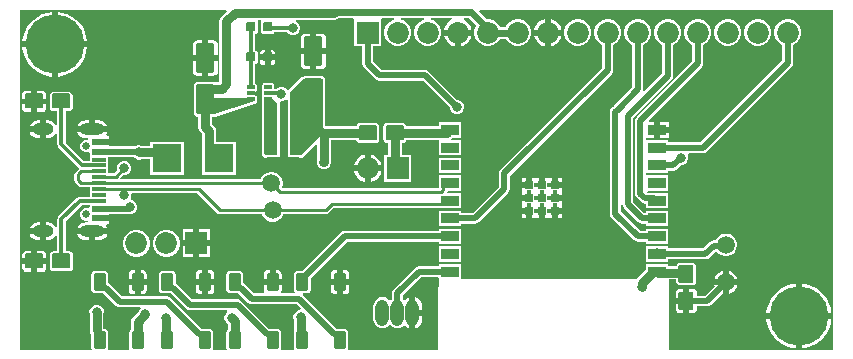
<source format=gbr>
%TF.GenerationSoftware,Altium Limited,Altium Designer,24.0.1 (36)*%
G04 Layer_Physical_Order=1*
G04 Layer_Color=255*
%FSLAX45Y45*%
%MOMM*%
%TF.SameCoordinates,DDEBADB9-0EAF-4DA9-B7D3-1C4C0305AAAB*%
%TF.FilePolarity,Positive*%
%TF.FileFunction,Copper,L1,Top,Signal*%
%TF.Part,Single*%
G01*
G75*
%TA.AperFunction,SMDPad,CuDef*%
G04:AMPARAMS|DCode=10|XSize=1.524mm|YSize=1.27mm|CornerRadius=0.09525mm|HoleSize=0mm|Usage=FLASHONLY|Rotation=180.000|XOffset=0mm|YOffset=0mm|HoleType=Round|Shape=RoundedRectangle|*
%AMROUNDEDRECTD10*
21,1,1.52400,1.07950,0,0,180.0*
21,1,1.33350,1.27000,0,0,180.0*
1,1,0.19050,-0.66675,0.53975*
1,1,0.19050,0.66675,0.53975*
1,1,0.19050,0.66675,-0.53975*
1,1,0.19050,-0.66675,-0.53975*
%
%ADD10ROUNDEDRECTD10*%
%TA.AperFunction,BGAPad,CuDef*%
%ADD11R,0.70000X0.70000*%
%TA.AperFunction,SMDPad,CuDef*%
%ADD12R,1.50000X0.90000*%
G04:AMPARAMS|DCode=13|XSize=1.524mm|YSize=1.27mm|CornerRadius=0.09525mm|HoleSize=0mm|Usage=FLASHONLY|Rotation=270.000|XOffset=0mm|YOffset=0mm|HoleType=Round|Shape=RoundedRectangle|*
%AMROUNDEDRECTD13*
21,1,1.52400,1.07950,0,0,270.0*
21,1,1.33350,1.27000,0,0,270.0*
1,1,0.19050,-0.53975,-0.66675*
1,1,0.19050,-0.53975,0.66675*
1,1,0.19050,0.53975,0.66675*
1,1,0.19050,0.53975,-0.66675*
%
%ADD13ROUNDEDRECTD13*%
G04:AMPARAMS|DCode=14|XSize=1mm|YSize=1.5mm|CornerRadius=0.075mm|HoleSize=0mm|Usage=FLASHONLY|Rotation=0.000|XOffset=0mm|YOffset=0mm|HoleType=Round|Shape=RoundedRectangle|*
%AMROUNDEDRECTD14*
21,1,1.00000,1.35000,0,0,0.0*
21,1,0.85000,1.50000,0,0,0.0*
1,1,0.15000,0.42500,-0.67500*
1,1,0.15000,-0.42500,-0.67500*
1,1,0.15000,-0.42500,0.67500*
1,1,0.15000,0.42500,0.67500*
%
%ADD14ROUNDEDRECTD14*%
%ADD15R,0.80000X2.70000*%
G04:AMPARAMS|DCode=16|XSize=0.66mm|YSize=0.31mm|CornerRadius=0.02325mm|HoleSize=0mm|Usage=FLASHONLY|Rotation=0.000|XOffset=0mm|YOffset=0mm|HoleType=Round|Shape=RoundedRectangle|*
%AMROUNDEDRECTD16*
21,1,0.66000,0.26350,0,0,0.0*
21,1,0.61350,0.31000,0,0,0.0*
1,1,0.04650,0.30675,-0.13175*
1,1,0.04650,-0.30675,-0.13175*
1,1,0.04650,-0.30675,0.13175*
1,1,0.04650,0.30675,0.13175*
%
%ADD16ROUNDEDRECTD16*%
G04:AMPARAMS|DCode=17|XSize=0.762mm|YSize=0.762mm|CornerRadius=0.0381mm|HoleSize=0mm|Usage=FLASHONLY|Rotation=0.000|XOffset=0mm|YOffset=0mm|HoleType=Round|Shape=RoundedRectangle|*
%AMROUNDEDRECTD17*
21,1,0.76200,0.68580,0,0,0.0*
21,1,0.68580,0.76200,0,0,0.0*
1,1,0.07620,0.34290,-0.34290*
1,1,0.07620,-0.34290,-0.34290*
1,1,0.07620,-0.34290,0.34290*
1,1,0.07620,0.34290,0.34290*
%
%ADD17ROUNDEDRECTD17*%
%ADD18R,2.40000X2.40000*%
G04:AMPARAMS|DCode=19|XSize=2.5mm|YSize=1.6mm|CornerRadius=0.12mm|HoleSize=0mm|Usage=FLASHONLY|Rotation=90.000|XOffset=0mm|YOffset=0mm|HoleType=Round|Shape=RoundedRectangle|*
%AMROUNDEDRECTD19*
21,1,2.50000,1.36000,0,0,90.0*
21,1,2.26000,1.60000,0,0,90.0*
1,1,0.24000,0.68000,1.13000*
1,1,0.24000,0.68000,-1.13000*
1,1,0.24000,-0.68000,-1.13000*
1,1,0.24000,-0.68000,1.13000*
%
%ADD19ROUNDEDRECTD19*%
%TA.AperFunction,ConnectorPad*%
%ADD20R,1.15000X0.30000*%
%ADD21R,1.15000X0.60000*%
%TA.AperFunction,Conductor*%
%ADD22C,0.75000*%
%ADD23C,0.25000*%
%ADD24C,0.50000*%
%ADD25C,0.60000*%
%ADD26C,0.30000*%
%TA.AperFunction,ComponentPad*%
%ADD27C,1.85000*%
%ADD28R,1.85000X1.85000*%
%ADD29C,0.40000*%
%ADD30O,1.11000X2.22000*%
%ADD31C,0.65000*%
%ADD32O,2.10000X1.00000*%
%ADD33O,1.80000X1.00000*%
%ADD34C,5.00000*%
%TA.AperFunction,ViaPad*%
%ADD35C,1.50000*%
%ADD36C,0.80000*%
G36*
X6941373Y2250000D02*
X6941373Y2249999D01*
Y750000D01*
Y58627D01*
X5550000D01*
Y659873D01*
X5613142D01*
Y639445D01*
X5615433Y627925D01*
X5621959Y618159D01*
X5631725Y611633D01*
X5643245Y609342D01*
X5751195D01*
X5762715Y611633D01*
X5772481Y618159D01*
X5779007Y627925D01*
X5781298Y639445D01*
Y772795D01*
X5779007Y784315D01*
X5772481Y794081D01*
X5762715Y800607D01*
X5751195Y802898D01*
X5643245D01*
X5631725Y800607D01*
X5621959Y794081D01*
X5615433Y784315D01*
X5614003Y777126D01*
X5542000D01*
Y791000D01*
X5352000D01*
Y743911D01*
X5278261Y670172D01*
X5271465Y660000D01*
X3804286D01*
X3792000Y661000D01*
X3792000Y672700D01*
Y791000D01*
X3602000D01*
Y771882D01*
X3431100D01*
X3413542Y768389D01*
X3398657Y758443D01*
X3218757Y578543D01*
X3208811Y563658D01*
X3205318Y546100D01*
Y493745D01*
X3197353Y487632D01*
X3194050Y483328D01*
X3181350D01*
X3178047Y487632D01*
X3162276Y499734D01*
X3143909Y507342D01*
X3124200Y509936D01*
X3104491Y507342D01*
X3086124Y499734D01*
X3070353Y487632D01*
X3058251Y471861D01*
X3050643Y453494D01*
X3048049Y433785D01*
Y322785D01*
X3050643Y303076D01*
X3058251Y284709D01*
X3070353Y268938D01*
X3086124Y256836D01*
X3104491Y249228D01*
X3124200Y246633D01*
X3143909Y249228D01*
X3162276Y256836D01*
X3178047Y268938D01*
X3181350Y273242D01*
X3194050D01*
X3197353Y268938D01*
X3213124Y256836D01*
X3231491Y249228D01*
X3251200Y246633D01*
X3270909Y249228D01*
X3289276Y256836D01*
X3303156Y267486D01*
X3310229Y269135D01*
X3317899D01*
X3320787Y265372D01*
X3337603Y252468D01*
X3353200Y246008D01*
Y378285D01*
Y510562D01*
X3337603Y504102D01*
X3320787Y491198D01*
X3317899Y487435D01*
X3310229D01*
X3303156Y489084D01*
X3297082Y493745D01*
Y527095D01*
X3450105Y680119D01*
X3593321D01*
X3601250Y667418D01*
X3600000Y660000D01*
X3600000Y649128D01*
Y600000D01*
X3597000Y597000D01*
Y58627D01*
X2842313D01*
X2836166Y67194D01*
X2834738Y71327D01*
X2836538Y80380D01*
Y215380D01*
X2834404Y226110D01*
X2828326Y235206D01*
X2819230Y241284D01*
X2808500Y243418D01*
X2742725D01*
X2741000Y243762D01*
X2735004D01*
X2451043Y527723D01*
X2448172Y529641D01*
X2452025Y542341D01*
X2488500D01*
X2499230Y544476D01*
X2508326Y550554D01*
X2514404Y559650D01*
X2516539Y570380D01*
Y668532D01*
X2828125Y980118D01*
X3602000D01*
Y961000D01*
X3792000D01*
Y1091000D01*
X3602000D01*
Y1071882D01*
X2809120D01*
X2791562Y1068389D01*
X2776677Y1058443D01*
X2451652Y733418D01*
X2403500D01*
X2392770Y731284D01*
X2383674Y725206D01*
X2377596Y716110D01*
X2375461Y705380D01*
Y570380D01*
X2377596Y559650D01*
X2381463Y553861D01*
X2377264Y542871D01*
X2375838Y541161D01*
X2271838D01*
X2265050Y553861D01*
X2267614Y557699D01*
X2270136Y570380D01*
Y612880D01*
X2118863D01*
Y570380D01*
X2121386Y557699D01*
X2123950Y553861D01*
X2117161Y541161D01*
X2036105D01*
X1956943Y620323D01*
X1945039Y628277D01*
Y705380D01*
X1942904Y716110D01*
X1936826Y725206D01*
X1927730Y731284D01*
X1917000Y733418D01*
X1832000D01*
X1821270Y731284D01*
X1812174Y725206D01*
X1806096Y716110D01*
X1803961Y705380D01*
Y570380D01*
X1806096Y559650D01*
X1812174Y550554D01*
X1821270Y544476D01*
X1832000Y542341D01*
X1897775D01*
X1899500Y541998D01*
X1905495D01*
X1984657Y462837D01*
X1999542Y452891D01*
X2017100Y449398D01*
X2399595D01*
X2433413Y415580D01*
X2428153Y402880D01*
X2418965D01*
X2396913Y393745D01*
X2380034Y376867D01*
X2370900Y354815D01*
Y330945D01*
X2374873Y321353D01*
Y160380D01*
X2375461Y157424D01*
Y80380D01*
X2377262Y71327D01*
X2375834Y67194D01*
X2369687Y58627D01*
X2270813D01*
X2264666Y67194D01*
X2263238Y71327D01*
X2265038Y80380D01*
Y215380D01*
X2262904Y226110D01*
X2256826Y235206D01*
X2247730Y241284D01*
X2237000Y243418D01*
X2171225D01*
X2169500Y243762D01*
X2163504D01*
X1930343Y476923D01*
X1915458Y486869D01*
X1897900Y490361D01*
X1515405D01*
X1385443Y620323D01*
X1373539Y628277D01*
Y705380D01*
X1371404Y716110D01*
X1365326Y725206D01*
X1356230Y731284D01*
X1345500Y733418D01*
X1260500D01*
X1249770Y731284D01*
X1240674Y725206D01*
X1234596Y716110D01*
X1232461Y705380D01*
Y570380D01*
X1234596Y559650D01*
X1240674Y550554D01*
X1249770Y544476D01*
X1260500Y542341D01*
X1326275D01*
X1328000Y541998D01*
X1333995D01*
X1463957Y412037D01*
X1478842Y402091D01*
X1496400Y398598D01*
X1806972D01*
X1809069Y394635D01*
X1810866Y385898D01*
X1795834Y370867D01*
X1786700Y348815D01*
Y324945D01*
X1795834Y302893D01*
X1812713Y286014D01*
X1813719Y285598D01*
X1815873Y283443D01*
Y237678D01*
X1812174Y235206D01*
X1806096Y226110D01*
X1803961Y215380D01*
Y80380D01*
X1805762Y71327D01*
X1804334Y67194D01*
X1798187Y58627D01*
X1699313D01*
X1693166Y67194D01*
X1691738Y71327D01*
X1693538Y80380D01*
Y215380D01*
X1691404Y226110D01*
X1685326Y235206D01*
X1676230Y241284D01*
X1665500Y243418D01*
X1599725D01*
X1598000Y243762D01*
X1592004D01*
X1333443Y502323D01*
X1318558Y512269D01*
X1301000Y515761D01*
X918505D01*
X813943Y620323D01*
X802039Y628277D01*
Y705380D01*
X799904Y716110D01*
X793826Y725206D01*
X784730Y731284D01*
X774000Y733418D01*
X689000D01*
X678270Y731284D01*
X669174Y725206D01*
X663096Y716110D01*
X660961Y705380D01*
Y570380D01*
X663096Y559650D01*
X669174Y550554D01*
X678270Y544476D01*
X689000Y542341D01*
X754775D01*
X756500Y541998D01*
X762495D01*
X867057Y437437D01*
X881942Y427491D01*
X899500Y423998D01*
X1073025D01*
X1078286Y411298D01*
X1066734Y399747D01*
X1065361Y396432D01*
X1010045Y341115D01*
X997336Y322095D01*
X992873Y299660D01*
Y237678D01*
X989174Y235206D01*
X983096Y226110D01*
X980961Y215380D01*
Y80380D01*
X982762Y71327D01*
X981334Y67194D01*
X975187Y58627D01*
X807813D01*
X801666Y67194D01*
X800238Y71327D01*
X802039Y80380D01*
Y215380D01*
X799904Y226110D01*
X793826Y235206D01*
X784730Y241284D01*
X774000Y243418D01*
X768507D01*
X762326Y252669D01*
Y371564D01*
X763700Y374879D01*
Y398749D01*
X754565Y420801D01*
X737687Y437680D01*
X715635Y446814D01*
X691765D01*
X669713Y437680D01*
X652834Y420801D01*
X643700Y398749D01*
Y374879D01*
X645073Y371564D01*
Y229314D01*
X649536Y206879D01*
X660373Y190660D01*
Y160380D01*
X660961Y157424D01*
Y80380D01*
X662762Y71327D01*
X661334Y67194D01*
X655187Y58627D01*
X58626D01*
X58627Y2941373D01*
X1800470Y2941373D01*
X1805330Y2929640D01*
X1761945Y2886255D01*
X1749236Y2867235D01*
X1744773Y2844800D01*
Y2335684D01*
X1739616Y2330526D01*
X1662300D01*
X1659788Y2330027D01*
X1557600D01*
X1545115Y2327543D01*
X1534530Y2320471D01*
X1527457Y2309886D01*
X1524973Y2297400D01*
Y2071400D01*
X1527457Y2058914D01*
X1534530Y2048329D01*
X1537304Y2046476D01*
X1538790Y2044251D01*
X1545406Y2039830D01*
X1553210Y2038278D01*
X1566973D01*
Y1946900D01*
X1571436Y1924465D01*
X1584145Y1905445D01*
X1599354Y1890236D01*
Y1766520D01*
X1600480Y1760857D01*
Y1544020D01*
X1880480D01*
Y1824020D01*
X1716607D01*
Y1914520D01*
X1712144Y1936955D01*
X1699435Y1955975D01*
X1684227Y1971184D01*
Y2038278D01*
X1697990D01*
X1701021Y2038881D01*
X1704093Y2039213D01*
X2048263Y2147163D01*
X2049066Y2147602D01*
X2049964Y2147780D01*
X2052533Y2149497D01*
X2055244Y2150979D01*
X2055818Y2151692D01*
X2056579Y2152201D01*
X2058296Y2154770D01*
X2060234Y2157177D01*
X2060491Y2158056D01*
X2061000Y2158816D01*
X2061602Y2161847D01*
X2062472Y2164812D01*
X2062373Y2165722D01*
X2062552Y2166620D01*
Y2171093D01*
X2062737Y2172025D01*
Y2198375D01*
X2062552Y2199307D01*
Y2199640D01*
X2061481Y2205026D01*
X2064937Y2210200D01*
X2059164D01*
X2056583Y2214063D01*
X2056160Y2214345D01*
X2056074Y2214474D01*
X2048688Y2219409D01*
X2039975Y2221142D01*
X2009300D01*
Y2249258D01*
X2039975D01*
X2048688Y2250991D01*
X2056074Y2255926D01*
X2058930Y2260200D01*
X2064937D01*
X2061429Y2265450D01*
X2062737Y2272025D01*
Y2298375D01*
X2061005Y2307086D01*
X2056070Y2314470D01*
X2048686Y2319404D01*
X2048636Y2319414D01*
Y2481711D01*
X2056530Y2483282D01*
X2064406Y2488544D01*
X2069668Y2496420D01*
X2071516Y2505710D01*
Y2574290D01*
X2069668Y2583580D01*
X2064406Y2591456D01*
X2056530Y2596718D01*
X2048636Y2598289D01*
Y2735711D01*
X2056530Y2737282D01*
X2064406Y2742544D01*
X2069668Y2750420D01*
X2071516Y2759710D01*
Y2828290D01*
X2069668Y2837580D01*
X2065597Y2843673D01*
X2067624Y2850843D01*
X2070927Y2856373D01*
X2094673D01*
X2097977Y2850843D01*
X2100003Y2843673D01*
X2095932Y2837580D01*
X2094084Y2828290D01*
Y2759710D01*
X2095932Y2750420D01*
X2101194Y2742544D01*
X2109070Y2737282D01*
X2118360Y2735434D01*
X2186940D01*
X2196230Y2737282D01*
X2204106Y2742544D01*
X2209368Y2750420D01*
X2210433Y2755774D01*
X2313526D01*
X2313874Y2754933D01*
X2330753Y2738054D01*
X2352805Y2728920D01*
X2376675D01*
X2398727Y2738054D01*
X2415606Y2754933D01*
X2424740Y2776985D01*
Y2800855D01*
X2415606Y2822907D01*
X2398727Y2839786D01*
X2389342Y2843673D01*
X2391868Y2856373D01*
X2717800D01*
X2740235Y2860836D01*
X2756226Y2871520D01*
X2878617D01*
X2887500Y2862500D01*
X2887500Y2858820D01*
Y2637500D01*
X2954119D01*
Y2486400D01*
X2957611Y2468842D01*
X2967557Y2453957D01*
X3066357Y2355157D01*
X3081242Y2345211D01*
X3098800Y2341718D01*
X3468415D01*
X3694120Y2116014D01*
Y2108965D01*
X3703254Y2086913D01*
X3720133Y2070034D01*
X3742185Y2060900D01*
X3766055D01*
X3788107Y2070034D01*
X3804986Y2086913D01*
X3814120Y2108965D01*
Y2132835D01*
X3804986Y2154887D01*
X3788107Y2171766D01*
X3766055Y2180900D01*
X3759006D01*
X3519863Y2420043D01*
X3504978Y2429989D01*
X3487420Y2433482D01*
X3117805D01*
X3045882Y2505405D01*
Y2637500D01*
X3112500D01*
Y2858820D01*
X3112500Y2862500D01*
X3121384Y2871520D01*
X3223784D01*
X3225456Y2858820D01*
X3210577Y2854833D01*
X3184924Y2840023D01*
X3163978Y2819077D01*
X3149167Y2793423D01*
X3141500Y2764811D01*
Y2735189D01*
X3149167Y2706577D01*
X3163978Y2680924D01*
X3184924Y2659978D01*
X3210577Y2645167D01*
X3239189Y2637500D01*
X3268811D01*
X3297423Y2645167D01*
X3323077Y2659978D01*
X3344023Y2680924D01*
X3358833Y2706577D01*
X3366500Y2735189D01*
Y2764811D01*
X3358833Y2793423D01*
X3344023Y2819077D01*
X3323077Y2840023D01*
X3297423Y2854833D01*
X3282544Y2858820D01*
X3284216Y2871520D01*
X3477784D01*
X3479456Y2858820D01*
X3464577Y2854833D01*
X3438924Y2840023D01*
X3417978Y2819077D01*
X3403167Y2793423D01*
X3395500Y2764811D01*
Y2735189D01*
X3403167Y2706577D01*
X3417978Y2680924D01*
X3438924Y2659978D01*
X3464577Y2645167D01*
X3493189Y2637500D01*
X3522811D01*
X3551423Y2645167D01*
X3577077Y2659978D01*
X3598023Y2680924D01*
X3612833Y2706577D01*
X3620500Y2735189D01*
Y2764811D01*
X3612833Y2793423D01*
X3598023Y2819077D01*
X3577077Y2840023D01*
X3551423Y2854833D01*
X3536544Y2858820D01*
X3538216Y2871520D01*
X3708653D01*
X3709648Y2869887D01*
X3705345Y2852968D01*
X3689853Y2844024D01*
X3667977Y2822147D01*
X3652508Y2795353D01*
X3647054Y2775000D01*
X3876946D01*
X3871493Y2795353D01*
X3856024Y2822147D01*
X3834147Y2844024D01*
X3818655Y2852968D01*
X3814353Y2869887D01*
X3815347Y2871520D01*
X3855336D01*
X3919317Y2807540D01*
X3911167Y2793423D01*
X3903500Y2764811D01*
Y2735189D01*
X3911167Y2706577D01*
X3925978Y2680924D01*
X3946924Y2659978D01*
X3972577Y2645167D01*
X4001189Y2637500D01*
X4030811D01*
X4059423Y2645167D01*
X4085077Y2659978D01*
X4106023Y2680924D01*
X4116471Y2699021D01*
X4169529D01*
X4179978Y2680924D01*
X4200924Y2659978D01*
X4226577Y2645167D01*
X4255189Y2637500D01*
X4284811D01*
X4313423Y2645167D01*
X4339077Y2659978D01*
X4360023Y2680924D01*
X4374833Y2706577D01*
X4382500Y2735189D01*
Y2764811D01*
X4374833Y2793423D01*
X4360023Y2819077D01*
X4339077Y2840023D01*
X4313423Y2854833D01*
X4284811Y2862500D01*
X4255189D01*
X4226577Y2854833D01*
X4200924Y2840023D01*
X4179978Y2819077D01*
X4169529Y2800980D01*
X4116471D01*
X4106023Y2819077D01*
X4085077Y2840023D01*
X4059423Y2854833D01*
X4030811Y2862500D01*
X4008549D01*
X3941409Y2929640D01*
X3946269Y2941373D01*
X6941373D01*
Y2250000D01*
D02*
G37*
G36*
X2042160Y2166620D02*
X1697990Y2058670D01*
X1553210D01*
X1694180Y2199640D01*
X2042160Y2199640D01*
Y2166620D01*
D02*
G37*
%LPC*%
G36*
X4549000Y2864946D02*
Y2775000D01*
X4638946D01*
X4633493Y2795353D01*
X4618024Y2822147D01*
X4596147Y2844024D01*
X4569353Y2859493D01*
X4549000Y2864946D01*
D02*
G37*
G36*
X4499000D02*
X4478647Y2859493D01*
X4451853Y2844024D01*
X4429977Y2822147D01*
X4414508Y2795353D01*
X4409054Y2775000D01*
X4499000D01*
Y2864946D01*
D02*
G37*
G36*
X375000Y2924468D02*
Y2675000D01*
X624468D01*
X618229Y2714396D01*
X604852Y2755563D01*
X585201Y2794131D01*
X559758Y2829150D01*
X529151Y2859758D01*
X494132Y2885201D01*
X455563Y2904852D01*
X414396Y2918228D01*
X375000Y2924468D01*
D02*
G37*
G36*
X325000D02*
X285604Y2918228D01*
X244437Y2904852D01*
X205869Y2885201D01*
X170850Y2859758D01*
X140242Y2829150D01*
X114799Y2794131D01*
X95148Y2755563D01*
X81771Y2714396D01*
X75532Y2675000D01*
X325000D01*
Y2924468D01*
D02*
G37*
G36*
X6316811Y2862500D02*
X6287189D01*
X6258577Y2854833D01*
X6232924Y2840023D01*
X6211978Y2819077D01*
X6197167Y2793423D01*
X6189500Y2764811D01*
Y2735189D01*
X6197167Y2706577D01*
X6211978Y2680924D01*
X6232924Y2659978D01*
X6258577Y2645167D01*
X6287189Y2637500D01*
X6316811D01*
X6345423Y2645167D01*
X6371077Y2659978D01*
X6392023Y2680924D01*
X6406833Y2706577D01*
X6414500Y2735189D01*
Y2764811D01*
X6406833Y2793423D01*
X6392023Y2819077D01*
X6371077Y2840023D01*
X6345423Y2854833D01*
X6316811Y2862500D01*
D02*
G37*
G36*
X6062811D02*
X6033189D01*
X6004577Y2854833D01*
X5978924Y2840023D01*
X5957978Y2819077D01*
X5943167Y2793423D01*
X5935500Y2764811D01*
Y2735189D01*
X5943167Y2706577D01*
X5957978Y2680924D01*
X5978924Y2659978D01*
X6004577Y2645167D01*
X6033189Y2637500D01*
X6062811D01*
X6091423Y2645167D01*
X6117077Y2659978D01*
X6138023Y2680924D01*
X6152833Y2706577D01*
X6160500Y2735189D01*
Y2764811D01*
X6152833Y2793423D01*
X6138023Y2819077D01*
X6117077Y2840023D01*
X6091423Y2854833D01*
X6062811Y2862500D01*
D02*
G37*
G36*
X4792811D02*
X4763189D01*
X4734577Y2854833D01*
X4708924Y2840023D01*
X4687978Y2819077D01*
X4673167Y2793423D01*
X4665500Y2764811D01*
Y2735189D01*
X4673167Y2706577D01*
X4687978Y2680924D01*
X4708924Y2659978D01*
X4734577Y2645167D01*
X4763189Y2637500D01*
X4792811D01*
X4821423Y2645167D01*
X4847077Y2659978D01*
X4868023Y2680924D01*
X4882833Y2706577D01*
X4890500Y2735189D01*
Y2764811D01*
X4882833Y2793423D01*
X4868023Y2819077D01*
X4847077Y2840023D01*
X4821423Y2854833D01*
X4792811Y2862500D01*
D02*
G37*
G36*
X4638946Y2725000D02*
X4549000D01*
Y2635054D01*
X4569353Y2640508D01*
X4596147Y2655977D01*
X4618024Y2677853D01*
X4633493Y2704647D01*
X4638946Y2725000D01*
D02*
G37*
G36*
X4499000D02*
X4409054D01*
X4414508Y2704647D01*
X4429977Y2677853D01*
X4451853Y2655977D01*
X4478647Y2640508D01*
X4499000Y2635054D01*
Y2725000D01*
D02*
G37*
G36*
X3876946D02*
X3787000D01*
Y2635054D01*
X3807353Y2640508D01*
X3834147Y2655977D01*
X3856024Y2677853D01*
X3871493Y2704647D01*
X3876946Y2725000D01*
D02*
G37*
G36*
X3737000D02*
X3647054D01*
X3652508Y2704647D01*
X3667977Y2677853D01*
X3689853Y2655977D01*
X3716647Y2640508D01*
X3737000Y2635054D01*
Y2725000D01*
D02*
G37*
G36*
X2608000Y2741525D02*
X2565000D01*
Y2615800D01*
X2645725D01*
Y2703800D01*
X2642853Y2718237D01*
X2634675Y2730476D01*
X2622436Y2738653D01*
X2608000Y2741525D01*
D02*
G37*
G36*
X2515000D02*
X2472000D01*
X2457564Y2738653D01*
X2445325Y2730476D01*
X2437147Y2718237D01*
X2434275Y2703800D01*
Y2615800D01*
X2515000D01*
Y2741525D01*
D02*
G37*
G36*
X2186940Y2603664D02*
X2177650D01*
Y2565000D01*
X2216314D01*
Y2574290D01*
X2214078Y2585531D01*
X2207711Y2595061D01*
X2198181Y2601428D01*
X2186940Y2603664D01*
D02*
G37*
G36*
X2127650D02*
X2118360D01*
X2107119Y2601428D01*
X2097589Y2595061D01*
X2091222Y2585531D01*
X2088986Y2574290D01*
Y2565000D01*
X2127650D01*
Y2603664D01*
D02*
G37*
G36*
X1693600Y2685125D02*
X1650600D01*
Y2559400D01*
X1731325D01*
Y2647400D01*
X1728453Y2661836D01*
X1720275Y2674075D01*
X1708036Y2682253D01*
X1693600Y2685125D01*
D02*
G37*
G36*
X1600600D02*
X1557600D01*
X1543164Y2682253D01*
X1530925Y2674075D01*
X1522747Y2661836D01*
X1519875Y2647400D01*
Y2559400D01*
X1600600D01*
Y2685125D01*
D02*
G37*
G36*
X2216314Y2515000D02*
X2177650D01*
Y2476336D01*
X2186940D01*
X2198181Y2478572D01*
X2207711Y2484939D01*
X2214078Y2494469D01*
X2216314Y2505710D01*
Y2515000D01*
D02*
G37*
G36*
X2127650D02*
X2088986D01*
Y2505710D01*
X2091222Y2494469D01*
X2097589Y2484939D01*
X2107119Y2478572D01*
X2118360Y2476336D01*
X2127650D01*
Y2515000D01*
D02*
G37*
G36*
X2645725Y2565800D02*
X2565000D01*
Y2440075D01*
X2608000D01*
X2622436Y2442947D01*
X2634675Y2451124D01*
X2642853Y2463363D01*
X2645725Y2477800D01*
Y2565800D01*
D02*
G37*
G36*
X2515000D02*
X2434275D01*
Y2477800D01*
X2437147Y2463363D01*
X2445325Y2451124D01*
X2457564Y2442947D01*
X2472000Y2440075D01*
X2515000D01*
Y2565800D01*
D02*
G37*
G36*
X1731325Y2509400D02*
X1650600D01*
Y2383675D01*
X1693600D01*
X1708036Y2386547D01*
X1720275Y2394724D01*
X1728453Y2406963D01*
X1731325Y2421400D01*
Y2509400D01*
D02*
G37*
G36*
X1600600D02*
X1519875D01*
Y2421400D01*
X1522747Y2406963D01*
X1530925Y2394724D01*
X1543164Y2386547D01*
X1557600Y2383675D01*
X1600600D01*
Y2509400D01*
D02*
G37*
G36*
X2608000Y2386427D02*
X2472000D01*
X2459515Y2383943D01*
X2449889Y2377512D01*
X2448561D01*
X2448560Y2377512D01*
X2440756Y2375960D01*
X2434141Y2371539D01*
X2434140Y2371539D01*
X2331782Y2269181D01*
X2322064Y2267242D01*
X2315666Y2270067D01*
X2302207Y2283526D01*
X2280155Y2292660D01*
X2256285D01*
X2234233Y2283526D01*
X2222229Y2271521D01*
X2209737Y2273631D01*
Y2298375D01*
X2208004Y2307086D01*
X2203070Y2314470D01*
X2195686Y2319404D01*
X2186975Y2321137D01*
X2125625D01*
X2116914Y2319404D01*
X2109530Y2314470D01*
X2104595Y2307086D01*
X2102863Y2298375D01*
Y2272025D01*
X2104595Y2263314D01*
X2106677Y2260200D01*
X2104595Y2257086D01*
X2102863Y2248375D01*
Y2222025D01*
X2104595Y2213314D01*
X2106559Y2210375D01*
X2104600Y2207444D01*
X2103048Y2199640D01*
Y2199307D01*
X2102863Y2198375D01*
Y2172025D01*
X2103048Y2171093D01*
Y1722160D01*
X2104600Y1714356D01*
X2109021Y1707741D01*
X2109021Y1707740D01*
X2121581Y1695181D01*
X2128196Y1690760D01*
X2136000Y1689208D01*
X2143804Y1690760D01*
X2148814Y1694108D01*
X2235200D01*
X2243004Y1695660D01*
X2249619Y1700081D01*
X2254040Y1706696D01*
X2255592Y1714500D01*
Y2153920D01*
X2254220Y2160815D01*
X2255370Y2163550D01*
X2262007Y2172660D01*
X2280155D01*
X2302207Y2181794D01*
X2308788Y2188375D01*
X2321488Y2183115D01*
Y2115820D01*
Y1717040D01*
X2323040Y1709236D01*
X2327461Y1702621D01*
X2334076Y1698200D01*
X2341880Y1696648D01*
X2420113D01*
X2421581Y1695181D01*
X2428196Y1690760D01*
X2436000Y1689208D01*
X2443804Y1690760D01*
X2450419Y1695181D01*
X2450420Y1695182D01*
X2556000Y1800762D01*
X2567733Y1795902D01*
Y1671330D01*
X2566360Y1668015D01*
Y1644145D01*
X2575494Y1622093D01*
X2592373Y1605214D01*
X2614425Y1596080D01*
X2638295D01*
X2660347Y1605214D01*
X2677226Y1622093D01*
X2686360Y1644145D01*
Y1668015D01*
X2684987Y1671330D01*
Y1841374D01*
X2904147D01*
X2905513Y1834505D01*
X2912039Y1824739D01*
X2921805Y1818213D01*
X2933325Y1815922D01*
X3066675D01*
X3078195Y1818213D01*
X3087961Y1824739D01*
X3094487Y1834505D01*
X3096778Y1846025D01*
Y1953975D01*
X3094487Y1965495D01*
X3087961Y1975261D01*
X3078195Y1981787D01*
X3066675Y1984078D01*
X2933325D01*
X2921805Y1981787D01*
X2912039Y1975261D01*
X2905513Y1965495D01*
X2904147Y1958627D01*
X2639132D01*
Y2120286D01*
X2640627Y2127800D01*
Y2353800D01*
X2638143Y2366286D01*
X2631070Y2376871D01*
X2620485Y2383943D01*
X2608000Y2386427D01*
D02*
G37*
G36*
X624468Y2625000D02*
X375000D01*
Y2375531D01*
X414396Y2381771D01*
X455563Y2395147D01*
X494132Y2414799D01*
X529151Y2440241D01*
X559758Y2470849D01*
X585201Y2505868D01*
X604852Y2544436D01*
X618229Y2585604D01*
X624468Y2625000D01*
D02*
G37*
G36*
X325000D02*
X75532D01*
X81771Y2585604D01*
X95148Y2544436D01*
X114799Y2505868D01*
X140242Y2470849D01*
X170850Y2440241D01*
X205869Y2414799D01*
X244437Y2395147D01*
X285604Y2381771D01*
X325000Y2375531D01*
Y2625000D01*
D02*
G37*
G36*
X5554811Y2862500D02*
X5525189D01*
X5496577Y2854833D01*
X5470924Y2840023D01*
X5449978Y2819077D01*
X5435167Y2793423D01*
X5427500Y2764811D01*
Y2735189D01*
X5435167Y2706577D01*
X5449978Y2680924D01*
X5470924Y2659978D01*
X5494119Y2646586D01*
Y2404325D01*
X5341492Y2251699D01*
X5329788Y2257955D01*
X5331882Y2268480D01*
Y2646586D01*
X5355077Y2659978D01*
X5376023Y2680924D01*
X5390833Y2706577D01*
X5398500Y2735189D01*
Y2764811D01*
X5390833Y2793423D01*
X5376023Y2819077D01*
X5355077Y2840023D01*
X5329423Y2854833D01*
X5300811Y2862500D01*
X5271189D01*
X5242577Y2854833D01*
X5216924Y2840023D01*
X5195978Y2819077D01*
X5181167Y2793423D01*
X5173500Y2764811D01*
Y2735189D01*
X5181167Y2706577D01*
X5195978Y2680924D01*
X5216924Y2659978D01*
X5240119Y2646586D01*
Y2287485D01*
X5083117Y2130483D01*
X5078002Y2122828D01*
X5062797Y2107623D01*
X5052851Y2092738D01*
X5049358Y2075180D01*
Y1216660D01*
X5052851Y1199102D01*
X5062797Y1184217D01*
X5253457Y993557D01*
X5268342Y983611D01*
X5285900Y980118D01*
X5352000D01*
Y961000D01*
X5542000D01*
Y1091000D01*
X5352000D01*
Y1071882D01*
X5304905D01*
X5141122Y1235665D01*
Y2050194D01*
X5144528Y2052901D01*
X5152799Y2049238D01*
X5156429Y2046137D01*
Y1295010D01*
X5159921Y1277451D01*
X5169867Y1262566D01*
X5288877Y1143557D01*
X5303762Y1133611D01*
X5321320Y1130118D01*
X5352000D01*
Y1111000D01*
X5542000D01*
Y1241000D01*
X5352000D01*
Y1224355D01*
X5339300Y1222906D01*
X5248192Y1314014D01*
Y2028626D01*
X5572443Y2352877D01*
X5582389Y2367762D01*
X5585882Y2385320D01*
Y2646586D01*
X5609077Y2659978D01*
X5630023Y2680924D01*
X5644833Y2706577D01*
X5652500Y2735189D01*
Y2764811D01*
X5644833Y2793423D01*
X5630023Y2819077D01*
X5609077Y2840023D01*
X5583423Y2854833D01*
X5554811Y2862500D01*
D02*
G37*
G36*
X241935Y2255796D02*
X200260D01*
Y2191620D01*
X277136D01*
Y2220595D01*
X274457Y2234066D01*
X266826Y2245486D01*
X255406Y2253117D01*
X241935Y2255796D01*
D02*
G37*
G36*
X150260D02*
X108585D01*
X95114Y2253117D01*
X83694Y2245486D01*
X76063Y2234066D01*
X73384Y2220595D01*
Y2191620D01*
X150260D01*
Y2255796D01*
D02*
G37*
G36*
X277136Y2141620D02*
X200260D01*
Y2077444D01*
X241935D01*
X255406Y2080123D01*
X266826Y2087754D01*
X274457Y2099174D01*
X277136Y2112645D01*
Y2141620D01*
D02*
G37*
G36*
X150260D02*
X73384D01*
Y2112645D01*
X76063Y2099174D01*
X83694Y2087754D01*
X95114Y2080123D01*
X108585Y2077444D01*
X150260D01*
Y2141620D01*
D02*
G37*
G36*
X470535Y2250698D02*
X337185D01*
X325665Y2248407D01*
X315899Y2241881D01*
X309373Y2232115D01*
X307082Y2220595D01*
Y2112645D01*
X309373Y2101125D01*
X315899Y2091359D01*
X325665Y2084833D01*
X337185Y2082542D01*
X370714D01*
Y1966309D01*
X358014Y1963783D01*
X355512Y1969823D01*
X343491Y1985491D01*
X327823Y1997512D01*
X309579Y2005069D01*
X290000Y2007647D01*
X275000D01*
Y1932000D01*
Y1856353D01*
X290000D01*
X309579Y1858930D01*
X327823Y1866488D01*
X343491Y1878509D01*
X355512Y1894177D01*
X358014Y1900217D01*
X370714Y1897691D01*
Y1803400D01*
X373431Y1789744D01*
X381166Y1778166D01*
X552406Y1606927D01*
X551569Y1598431D01*
X526569Y1573431D01*
X519386Y1562681D01*
X516863Y1550000D01*
Y1500000D01*
X519386Y1487319D01*
X526569Y1476569D01*
X551569Y1451569D01*
X562319Y1444386D01*
X575000Y1441864D01*
X648000D01*
Y1360686D01*
X563000D01*
X549344Y1357969D01*
X537767Y1350234D01*
X381166Y1193634D01*
X373431Y1182056D01*
X370714Y1168400D01*
Y1102309D01*
X358014Y1099783D01*
X355512Y1105824D01*
X343491Y1121491D01*
X327823Y1133512D01*
X309579Y1141070D01*
X290000Y1143647D01*
X275000D01*
Y1068000D01*
Y992353D01*
X290000D01*
X309579Y994931D01*
X327823Y1002488D01*
X343491Y1014510D01*
X355512Y1030177D01*
X358014Y1036217D01*
X370714Y1033691D01*
Y896878D01*
X339725D01*
X328205Y894587D01*
X318439Y888061D01*
X311913Y878295D01*
X309622Y866775D01*
Y758825D01*
X311913Y747305D01*
X318439Y737539D01*
X328205Y731013D01*
X339725Y728722D01*
X473075D01*
X484595Y731013D01*
X494361Y737539D01*
X500887Y747305D01*
X503178Y758825D01*
Y866775D01*
X500887Y878295D01*
X494361Y888061D01*
X484595Y894587D01*
X473075Y896878D01*
X442086D01*
Y1153618D01*
X577782Y1289314D01*
X648000D01*
Y1269146D01*
X635300Y1260660D01*
X628443Y1263500D01*
X607557D01*
X588261Y1255508D01*
X573493Y1240739D01*
X565500Y1221443D01*
Y1200557D01*
X573493Y1181261D01*
X588261Y1166493D01*
X607557Y1158500D01*
X625521D01*
X632959Y1151587D01*
X635511Y1147681D01*
X634288Y1143647D01*
X613000D01*
X593421Y1141070D01*
X575176Y1133512D01*
X559509Y1121491D01*
X547488Y1105824D01*
X542176Y1093000D01*
X793824D01*
X788512Y1105824D01*
X783543Y1112300D01*
X789806Y1125000D01*
X808000D01*
Y1155000D01*
X725500D01*
Y1205000D01*
X808000D01*
Y1214118D01*
X968722D01*
X978665Y1210000D01*
X1002535D01*
X1024587Y1219134D01*
X1041466Y1236013D01*
X1050600Y1258065D01*
Y1281935D01*
X1041466Y1303987D01*
X1024587Y1320866D01*
X1002535Y1330000D01*
X999646D01*
X992773Y1342700D01*
X999800Y1359665D01*
Y1383534D01*
X1005365Y1391863D01*
X1554075D01*
X1724769Y1221169D01*
X1735519Y1213986D01*
X1748200Y1211463D01*
X2106328D01*
X2107274Y1207932D01*
X2119781Y1186269D01*
X2137469Y1168581D01*
X2159132Y1156074D01*
X2183293Y1149600D01*
X2208307D01*
X2232468Y1156074D01*
X2254131Y1168581D01*
X2271819Y1186269D01*
X2284326Y1207932D01*
X2285272Y1211463D01*
X2643400D01*
X2656081Y1213986D01*
X2666831Y1221169D01*
X2712526Y1266863D01*
X3602000D01*
Y1261000D01*
X3792000D01*
Y1391000D01*
X3677824D01*
X3671518Y1398352D01*
X3669715Y1401973D01*
X3675511Y1411000D01*
X3792000D01*
Y1541000D01*
X3602000D01*
Y1433137D01*
X2285110D01*
X2275419Y1445837D01*
X2279400Y1460693D01*
Y1485707D01*
X2272926Y1509868D01*
X2260419Y1531531D01*
X2242731Y1549219D01*
X2221068Y1561726D01*
X2196907Y1568200D01*
X2171893D01*
X2147732Y1561726D01*
X2126069Y1549219D01*
X2108381Y1531531D01*
X2095874Y1509868D01*
X2094928Y1506337D01*
X1084049D01*
X1075000Y1508137D01*
X911192D01*
X906332Y1519870D01*
X927015Y1540552D01*
X927865Y1540200D01*
X951735D01*
X973787Y1549334D01*
X990666Y1566213D01*
X999800Y1588265D01*
Y1612135D01*
X990666Y1634187D01*
X973787Y1651066D01*
X951735Y1660200D01*
X927865D01*
X905813Y1651066D01*
X888934Y1634187D01*
X879800Y1612135D01*
Y1588265D01*
X880152Y1587415D01*
X850875Y1558137D01*
X803000D01*
Y1694119D01*
X1019129D01*
X1029293Y1683954D01*
X1051345Y1674820D01*
X1075215D01*
X1078530Y1676193D01*
X1160480D01*
Y1544020D01*
X1440480D01*
Y1824020D01*
X1160480D01*
Y1793447D01*
X1078530D01*
X1075215Y1794820D01*
X1051345D01*
X1029766Y1785882D01*
X808000D01*
Y1795000D01*
X725500D01*
Y1845000D01*
X808000D01*
Y1875000D01*
X789806D01*
X783543Y1887700D01*
X788512Y1894177D01*
X793824Y1907000D01*
X542176D01*
X547488Y1894177D01*
X559509Y1878509D01*
X575176Y1866488D01*
X593421Y1858930D01*
X613000Y1856353D01*
X634288D01*
X635511Y1852319D01*
X632959Y1848413D01*
X625521Y1841500D01*
X607557D01*
X588261Y1833507D01*
X573493Y1818739D01*
X565500Y1799443D01*
Y1778557D01*
X573493Y1759261D01*
X588261Y1744493D01*
X607557Y1736500D01*
X628443D01*
X635300Y1739340D01*
X648000Y1730854D01*
Y1660686D01*
X599581D01*
X442086Y1818182D01*
Y2082542D01*
X470535D01*
X482055Y2084833D01*
X491821Y2091359D01*
X498347Y2101125D01*
X500638Y2112645D01*
Y2220595D01*
X498347Y2232115D01*
X491821Y2241881D01*
X482055Y2248407D01*
X470535Y2250698D01*
D02*
G37*
G36*
X3792000Y1991000D02*
X3602000D01*
Y1958627D01*
X3324453D01*
X3323087Y1965495D01*
X3316561Y1975261D01*
X3306795Y1981787D01*
X3295275Y1984078D01*
X3161925D01*
X3150405Y1981787D01*
X3140639Y1975261D01*
X3134113Y1965495D01*
X3131822Y1953975D01*
Y1846025D01*
X3134113Y1834505D01*
X3140639Y1824739D01*
X3150405Y1818213D01*
X3161925Y1815922D01*
X3169974D01*
Y1712500D01*
X3141500D01*
Y1487500D01*
X3366500D01*
Y1712500D01*
X3287227D01*
Y1815922D01*
X3295275D01*
X3306795Y1818213D01*
X3316561Y1824739D01*
X3323087Y1834505D01*
X3324453Y1841374D01*
X3589455D01*
X3602000Y1841000D01*
X3602000Y1828673D01*
Y1711000D01*
X3792000D01*
Y1841000D01*
X3710536D01*
X3706726Y1852734D01*
X3711560Y1857947D01*
X3712455Y1858545D01*
X3713332Y1859857D01*
X3714392Y1861000D01*
X3792000D01*
Y1991000D01*
D02*
G37*
G36*
X723000Y2007647D02*
X693000D01*
Y1957000D01*
X793824D01*
X788512Y1969823D01*
X776491Y1985491D01*
X760824Y1997512D01*
X742579Y2005069D01*
X723000Y2007647D01*
D02*
G37*
G36*
X643000D02*
X613000D01*
X593421Y2005069D01*
X575176Y1997512D01*
X559509Y1985491D01*
X547488Y1969823D01*
X542176Y1957000D01*
X643000D01*
Y2007647D01*
D02*
G37*
G36*
X225000D02*
X210000D01*
X190421Y2005069D01*
X172177Y1997512D01*
X156509Y1985491D01*
X144488Y1969823D01*
X139176Y1957000D01*
X225000D01*
Y2007647D01*
D02*
G37*
G36*
X5547000Y1996000D02*
X5472000D01*
Y1950999D01*
X5547000D01*
Y1996000D01*
D02*
G37*
G36*
X225000Y1907000D02*
X139176D01*
X144488Y1894177D01*
X156509Y1878509D01*
X172177Y1866488D01*
X190421Y1858930D01*
X210000Y1856353D01*
X225000D01*
Y1907000D01*
D02*
G37*
G36*
X5547000Y1900999D02*
X5472000D01*
Y1856000D01*
X5547000D01*
Y1900999D01*
D02*
G37*
G36*
X6570811Y2862500D02*
X6541189D01*
X6512577Y2854833D01*
X6486924Y2840023D01*
X6465978Y2819077D01*
X6451167Y2793423D01*
X6443500Y2764811D01*
Y2735189D01*
X6451167Y2706577D01*
X6465978Y2680924D01*
X6486924Y2659978D01*
X6510119Y2646586D01*
Y2513545D01*
X5818455Y1821882D01*
X5542000D01*
Y1841000D01*
X5354482D01*
Y1856000D01*
X5422001D01*
Y1925999D01*
Y1996000D01*
X5382020D01*
X5377159Y2007733D01*
X5826443Y2457017D01*
X5836389Y2471902D01*
X5839882Y2489460D01*
Y2646586D01*
X5863077Y2659978D01*
X5884023Y2680924D01*
X5898833Y2706577D01*
X5906500Y2735189D01*
Y2764811D01*
X5898833Y2793423D01*
X5884023Y2819077D01*
X5863077Y2840023D01*
X5837423Y2854833D01*
X5808811Y2862500D01*
X5779189D01*
X5750577Y2854833D01*
X5724924Y2840023D01*
X5703978Y2819077D01*
X5689167Y2793423D01*
X5681500Y2764811D01*
Y2735189D01*
X5689167Y2706577D01*
X5703978Y2680924D01*
X5724924Y2659978D01*
X5748119Y2646586D01*
Y2508465D01*
X5276157Y2036503D01*
X5266211Y2021618D01*
X5262718Y2004060D01*
Y1386840D01*
X5266211Y1369282D01*
X5276157Y1354397D01*
X5316997Y1313557D01*
X5331882Y1303611D01*
X5349440Y1300119D01*
X5352000D01*
Y1261000D01*
X5542000D01*
Y1391000D01*
X5431433D01*
X5427000Y1391882D01*
X5372201D01*
X5367199Y1398337D01*
X5372918Y1411000D01*
X5542000D01*
Y1541000D01*
X5354482D01*
Y1561000D01*
X5542000D01*
Y1580119D01*
X5588400D01*
X5605958Y1583611D01*
X5620843Y1593557D01*
X5658926Y1631640D01*
X5665975D01*
X5688027Y1640774D01*
X5704906Y1657653D01*
X5714040Y1679705D01*
Y1703575D01*
X5708306Y1717418D01*
X5716792Y1730118D01*
X5837460D01*
X5855018Y1733611D01*
X5869903Y1743557D01*
X6588443Y2462097D01*
X6598389Y2476982D01*
X6601882Y2494540D01*
Y2646586D01*
X6625077Y2659978D01*
X6646023Y2680924D01*
X6660833Y2706577D01*
X6668500Y2735189D01*
Y2764811D01*
X6660833Y2793423D01*
X6646023Y2819077D01*
X6625077Y2840023D01*
X6599423Y2854833D01*
X6570811Y2862500D01*
D02*
G37*
G36*
X3025000Y1714946D02*
Y1625000D01*
X3114946D01*
X3109493Y1645353D01*
X3094024Y1672147D01*
X3072147Y1694024D01*
X3045353Y1709493D01*
X3025000Y1714946D01*
D02*
G37*
G36*
X2975000Y1714946D02*
X2954647Y1709493D01*
X2927853Y1694024D01*
X2905977Y1672147D01*
X2890508Y1645353D01*
X2885054Y1625000D01*
X2975000D01*
Y1714946D01*
D02*
G37*
G36*
X3792000Y1691000D02*
X3602000D01*
Y1561000D01*
X3792000D01*
Y1691000D01*
D02*
G37*
G36*
X2975000Y1575000D02*
X2885054D01*
X2890508Y1554647D01*
X2905977Y1527853D01*
X2927853Y1505977D01*
X2954647Y1490508D01*
X2975000Y1485054D01*
Y1575000D01*
D02*
G37*
G36*
X3114946D02*
X3025000D01*
Y1485054D01*
X3045353Y1490508D01*
X3072147Y1505977D01*
X3094024Y1527853D01*
X3109493Y1554647D01*
X3114946Y1575000D01*
D02*
G37*
G36*
X4646000Y1516000D02*
X4611000D01*
Y1481000D01*
X4646000D01*
Y1516000D01*
D02*
G37*
G36*
X4340999D02*
X4306000D01*
Y1481000D01*
X4340999D01*
Y1516000D01*
D02*
G37*
G36*
X4561001D02*
X4501000D01*
Y1456000D01*
X4451000D01*
Y1516000D01*
X4390999D01*
Y1456000D01*
X4365999D01*
Y1431000D01*
X4306000D01*
Y1396000D01*
Y1371000D01*
X4365999D01*
Y1321000D01*
X4306000D01*
Y1286000D01*
Y1261000D01*
X4365999D01*
Y1236000D01*
X4390999D01*
Y1176000D01*
X4451000D01*
Y1236000D01*
X4501000D01*
Y1176000D01*
X4561001D01*
Y1236000D01*
X4586000D01*
Y1261000D01*
X4646000D01*
Y1286000D01*
Y1321000D01*
X4586000D01*
Y1371000D01*
X4646000D01*
Y1396000D01*
Y1431000D01*
X4586000D01*
Y1456000D01*
X4561001D01*
Y1516000D01*
D02*
G37*
G36*
X5046811Y2862500D02*
X5017189D01*
X4988577Y2854833D01*
X4962924Y2840023D01*
X4941978Y2819077D01*
X4927167Y2793423D01*
X4919500Y2764811D01*
Y2735189D01*
X4927167Y2706577D01*
X4941978Y2680924D01*
X4962924Y2659978D01*
X4986119Y2646586D01*
Y2452585D01*
X4122997Y1589463D01*
X4113051Y1574578D01*
X4109558Y1557020D01*
Y1443945D01*
X3887495Y1221881D01*
X3792000D01*
Y1241000D01*
X3602000D01*
Y1111000D01*
X3792000D01*
Y1130118D01*
X3906500D01*
X3924058Y1133611D01*
X3938943Y1143557D01*
X4187883Y1392497D01*
X4197829Y1407382D01*
X4201322Y1424940D01*
Y1538015D01*
X5064443Y2401137D01*
X5074389Y2416022D01*
X5077882Y2433580D01*
Y2646586D01*
X5101077Y2659978D01*
X5122023Y2680924D01*
X5136833Y2706577D01*
X5144500Y2735189D01*
Y2764811D01*
X5136833Y2793423D01*
X5122023Y2819077D01*
X5101077Y2840023D01*
X5075423Y2854833D01*
X5046811Y2862500D01*
D02*
G37*
G36*
X4646000Y1211000D02*
X4611000D01*
Y1176000D01*
X4646000D01*
Y1211000D01*
D02*
G37*
G36*
X4340999D02*
X4306000D01*
Y1176000D01*
X4340999D01*
Y1211000D01*
D02*
G37*
G36*
X225000Y1143647D02*
X210000D01*
X190421Y1141070D01*
X172177Y1133512D01*
X156509Y1121491D01*
X144488Y1105824D01*
X139176Y1093000D01*
X225000D01*
Y1143647D01*
D02*
G37*
G36*
X793824Y1043000D02*
X693000D01*
Y992353D01*
X723000D01*
X742579Y994931D01*
X760824Y1002488D01*
X776491Y1014510D01*
X788512Y1030177D01*
X793824Y1043000D01*
D02*
G37*
G36*
X643000D02*
X542176D01*
X547488Y1030177D01*
X559509Y1014510D01*
X575176Y1002488D01*
X593421Y994931D01*
X613000Y992353D01*
X643000D01*
Y1043000D01*
D02*
G37*
G36*
X225000D02*
X139176D01*
X144488Y1030177D01*
X156509Y1014510D01*
X172177Y1002488D01*
X190421Y994931D01*
X210000Y992353D01*
X225000D01*
Y1043000D01*
D02*
G37*
G36*
X1666900Y1082700D02*
X1574400D01*
Y990200D01*
X1666900D01*
Y1082700D01*
D02*
G37*
G36*
X1524400D02*
X1431900D01*
Y990200D01*
X1524400D01*
Y1082700D01*
D02*
G37*
G36*
X6045007Y1047500D02*
X6019993D01*
X5995832Y1041026D01*
X5974169Y1028519D01*
X5956481Y1010831D01*
X5945979Y992641D01*
X5930240D01*
X5912682Y989149D01*
X5897797Y979203D01*
X5840475Y921882D01*
X5542000D01*
Y941000D01*
X5458612D01*
X5457695Y941380D01*
X5433825D01*
X5432908Y941000D01*
X5352000D01*
Y811000D01*
X5542000D01*
Y830118D01*
X5859480D01*
X5877038Y833611D01*
X5891923Y843557D01*
X5942080Y893713D01*
X5956481Y894169D01*
X5974169Y876481D01*
X5995832Y863974D01*
X6019993Y857500D01*
X6045007D01*
X6069168Y863974D01*
X6090831Y876481D01*
X6108519Y894169D01*
X6121026Y915832D01*
X6127500Y939993D01*
Y965007D01*
X6121026Y989168D01*
X6108519Y1010831D01*
X6090831Y1028519D01*
X6069168Y1041026D01*
X6045007Y1047500D01*
D02*
G37*
G36*
X1310211Y1077700D02*
X1280589D01*
X1251977Y1070033D01*
X1226323Y1055222D01*
X1205378Y1034277D01*
X1190567Y1008623D01*
X1182900Y980011D01*
Y950389D01*
X1190567Y921777D01*
X1205378Y896123D01*
X1226323Y875178D01*
X1251977Y860367D01*
X1280589Y852700D01*
X1310211D01*
X1338823Y860367D01*
X1364477Y875178D01*
X1385422Y896123D01*
X1400233Y921777D01*
X1407900Y950389D01*
Y980011D01*
X1400233Y1008623D01*
X1385422Y1034277D01*
X1364477Y1055222D01*
X1338823Y1070033D01*
X1310211Y1077700D01*
D02*
G37*
G36*
X1056211D02*
X1026589D01*
X997977Y1070033D01*
X972323Y1055222D01*
X951378Y1034277D01*
X936567Y1008623D01*
X928900Y980011D01*
Y950389D01*
X936567Y921777D01*
X951378Y896123D01*
X972323Y875178D01*
X997977Y860367D01*
X1026589Y852700D01*
X1056211D01*
X1084823Y860367D01*
X1110477Y875178D01*
X1131422Y896123D01*
X1146233Y921777D01*
X1153900Y950389D01*
Y980011D01*
X1146233Y1008623D01*
X1131422Y1034277D01*
X1110477Y1055222D01*
X1084823Y1070033D01*
X1056211Y1077700D01*
D02*
G37*
G36*
X1666900Y940200D02*
X1574400D01*
Y847700D01*
X1666900D01*
Y940200D01*
D02*
G37*
G36*
X1524400D02*
X1431900D01*
Y847700D01*
X1524400D01*
Y940200D01*
D02*
G37*
G36*
X244475Y901976D02*
X202800D01*
Y837800D01*
X279676D01*
Y866775D01*
X276997Y880246D01*
X269366Y891666D01*
X257946Y899297D01*
X244475Y901976D01*
D02*
G37*
G36*
X152800D02*
X111125D01*
X97654Y899297D01*
X86234Y891666D01*
X78603Y880246D01*
X75924Y866775D01*
Y837800D01*
X152800D01*
Y901976D01*
D02*
G37*
G36*
X3792000Y941000D02*
X3602000D01*
Y811000D01*
X3792000D01*
Y941000D01*
D02*
G37*
G36*
X279676Y787800D02*
X202800D01*
Y723624D01*
X244475D01*
X257946Y726303D01*
X269366Y733934D01*
X276997Y745354D01*
X279676Y758825D01*
Y787800D01*
D02*
G37*
G36*
X152800D02*
X75924D01*
Y758825D01*
X78603Y745354D01*
X86234Y733934D01*
X97654Y726303D01*
X111125Y723624D01*
X152800D01*
Y787800D01*
D02*
G37*
G36*
X2808500Y738516D02*
X2791000D01*
Y662880D01*
X2841636D01*
Y705380D01*
X2839114Y718061D01*
X2831931Y728811D01*
X2821181Y735994D01*
X2808500Y738516D01*
D02*
G37*
G36*
X2741000D02*
X2723500D01*
X2710819Y735994D01*
X2700069Y728811D01*
X2692886Y718061D01*
X2690363Y705380D01*
Y662880D01*
X2741000D01*
Y738516D01*
D02*
G37*
G36*
X2237000D02*
X2219500D01*
Y662880D01*
X2270136D01*
Y705380D01*
X2267614Y718061D01*
X2260431Y728811D01*
X2249681Y735994D01*
X2237000Y738516D01*
D02*
G37*
G36*
X2169500D02*
X2152000D01*
X2139319Y735994D01*
X2128569Y728811D01*
X2121386Y718061D01*
X2118863Y705380D01*
Y662880D01*
X2169500D01*
Y738516D01*
D02*
G37*
G36*
X1665500D02*
X1648000D01*
Y662880D01*
X1698636D01*
Y705380D01*
X1696114Y718061D01*
X1688931Y728811D01*
X1678181Y735994D01*
X1665500Y738516D01*
D02*
G37*
G36*
X1598000D02*
X1580500D01*
X1567819Y735994D01*
X1557069Y728811D01*
X1549886Y718061D01*
X1547363Y705380D01*
Y662880D01*
X1598000D01*
Y738516D01*
D02*
G37*
G36*
X1094000D02*
X1076500D01*
Y662880D01*
X1127136D01*
Y705380D01*
X1124614Y718061D01*
X1117431Y728811D01*
X1106681Y735994D01*
X1094000Y738516D01*
D02*
G37*
G36*
X1026500D02*
X1009000D01*
X996319Y735994D01*
X985569Y728811D01*
X978386Y718061D01*
X975863Y705380D01*
Y662880D01*
X1026500D01*
Y738516D01*
D02*
G37*
G36*
X6057500Y731829D02*
Y660000D01*
X6129329D01*
X6125685Y673598D01*
X6112520Y696401D01*
X6093901Y715020D01*
X6071098Y728185D01*
X6057500Y731829D01*
D02*
G37*
G36*
X6007500D02*
X5993902Y728185D01*
X5971099Y715020D01*
X5952480Y696401D01*
X5939315Y673598D01*
X5935671Y660000D01*
X6007500D01*
Y731829D01*
D02*
G37*
G36*
X6129329Y610000D02*
X6057500D01*
Y538171D01*
X6071098Y541815D01*
X6093901Y554980D01*
X6112520Y573599D01*
X6125685Y596402D01*
X6129329Y610000D01*
D02*
G37*
G36*
X2841636Y612880D02*
X2791000D01*
Y537243D01*
X2808500D01*
X2821181Y539766D01*
X2831931Y546949D01*
X2839114Y557699D01*
X2841636Y570380D01*
Y612880D01*
D02*
G37*
G36*
X2741000D02*
X2690363D01*
Y570380D01*
X2692886Y557699D01*
X2700069Y546949D01*
X2710819Y539766D01*
X2723500Y537243D01*
X2741000D01*
Y612880D01*
D02*
G37*
G36*
X1698636D02*
X1648000D01*
Y537243D01*
X1665500D01*
X1678181Y539766D01*
X1688931Y546949D01*
X1696114Y557699D01*
X1698636Y570380D01*
Y612880D01*
D02*
G37*
G36*
X1598000D02*
X1547363D01*
Y570380D01*
X1549886Y557699D01*
X1557069Y546949D01*
X1567819Y539766D01*
X1580500Y537243D01*
X1598000D01*
Y612880D01*
D02*
G37*
G36*
X1127136D02*
X1076500D01*
Y537243D01*
X1094000D01*
X1106681Y539766D01*
X1117431Y546949D01*
X1124614Y557699D01*
X1127136Y570380D01*
Y612880D01*
D02*
G37*
G36*
X1026500D02*
X975863D01*
Y570380D01*
X978386Y557699D01*
X985569Y546949D01*
X996319Y539766D01*
X1009000Y537243D01*
X1026500D01*
Y612880D01*
D02*
G37*
G36*
X6007500Y610000D02*
X5935671D01*
X5937138Y604525D01*
X5856015Y523402D01*
X5786396D01*
Y544195D01*
X5783717Y557666D01*
X5776086Y569086D01*
X5764666Y576717D01*
X5751195Y579396D01*
X5722220D01*
Y477520D01*
Y375644D01*
X5751195D01*
X5764666Y378323D01*
X5776086Y385954D01*
X5783717Y397374D01*
X5786396Y410845D01*
Y431638D01*
X5875020D01*
X5892578Y435131D01*
X5907463Y445077D01*
X6002025Y539638D01*
X6007500Y538171D01*
Y610000D01*
D02*
G37*
G36*
X5672220Y579396D02*
X5643245D01*
X5629774Y576717D01*
X5618354Y569086D01*
X5610723Y557666D01*
X5608044Y544195D01*
Y502520D01*
X5672220D01*
Y579396D01*
D02*
G37*
G36*
X3403200Y510562D02*
Y403285D01*
X3459395D01*
Y433785D01*
X3456628Y454800D01*
X3448517Y474382D01*
X3435613Y491198D01*
X3418797Y504102D01*
X3403200Y510562D01*
D02*
G37*
G36*
X5672220Y452520D02*
X5608044D01*
Y410845D01*
X5610723Y397374D01*
X5618354Y385954D01*
X5629774Y378323D01*
X5643245Y375644D01*
X5672220D01*
Y452520D01*
D02*
G37*
G36*
X6675000Y624468D02*
Y375000D01*
X6924468D01*
X6918228Y414396D01*
X6904852Y455563D01*
X6885201Y494132D01*
X6859758Y529151D01*
X6829150Y559758D01*
X6794131Y585201D01*
X6755563Y604852D01*
X6714396Y618229D01*
X6675000Y624468D01*
D02*
G37*
G36*
X6625000D02*
X6585604Y618229D01*
X6544436Y604852D01*
X6505868Y585201D01*
X6470849Y559758D01*
X6440242Y529151D01*
X6414799Y494132D01*
X6395147Y455563D01*
X6381771Y414396D01*
X6375532Y375000D01*
X6625000D01*
Y624468D01*
D02*
G37*
G36*
X3459395Y353285D02*
X3403200D01*
Y246008D01*
X3418797Y252468D01*
X3435613Y265372D01*
X3448517Y282188D01*
X3456628Y301770D01*
X3459395Y322785D01*
Y353285D01*
D02*
G37*
G36*
X6924468Y325000D02*
X6675000D01*
Y75532D01*
X6714396Y81771D01*
X6755563Y95148D01*
X6794131Y114799D01*
X6829150Y140242D01*
X6859758Y170850D01*
X6885201Y205869D01*
X6904852Y244437D01*
X6918228Y285604D01*
X6924468Y325000D01*
D02*
G37*
G36*
X6625000D02*
X6375532D01*
X6381771Y285604D01*
X6395147Y244437D01*
X6414799Y205869D01*
X6440242Y170850D01*
X6470849Y140242D01*
X6505868Y114799D01*
X6544436Y95148D01*
X6585604Y81771D01*
X6625000Y75532D01*
Y325000D01*
D02*
G37*
%LPD*%
G36*
X2618740Y2354580D02*
Y1892340D01*
X2436000Y1709600D01*
X2428560Y1717040D01*
X2341880D01*
Y2115820D01*
Y2125980D01*
Y2136140D01*
Y2250440D01*
X2448560Y2357120D01*
X2616200D01*
X2618740Y2354580D01*
D02*
G37*
G36*
X2235200Y2153920D02*
Y1714500D01*
X2140900D01*
X2136000Y1709600D01*
X2123440Y1722160D01*
Y2199640D01*
X2189480D01*
X2235200Y2153920D01*
D02*
G37*
D10*
X3000000Y1900000D02*
D03*
X3228600D02*
D03*
X403860Y2166620D02*
D03*
X175260D02*
D03*
X406400Y812800D02*
D03*
X177800D02*
D03*
D11*
X4586000Y1456000D02*
D03*
X4476000D02*
D03*
X4366000D02*
D03*
Y1236000D02*
D03*
X4476000D02*
D03*
X4586000D02*
D03*
Y1346000D02*
D03*
X4366000D02*
D03*
X4476000D02*
D03*
D12*
X3697000Y726000D02*
D03*
Y876000D02*
D03*
Y1026000D02*
D03*
Y1176000D02*
D03*
Y1326000D02*
D03*
Y1476000D02*
D03*
Y1626000D02*
D03*
Y1776000D02*
D03*
Y1926000D02*
D03*
X5447000D02*
D03*
Y1776000D02*
D03*
Y1626000D02*
D03*
Y1476000D02*
D03*
Y1326000D02*
D03*
Y1176000D02*
D03*
Y1026000D02*
D03*
Y876000D02*
D03*
Y726000D02*
D03*
D13*
X5697220Y477520D02*
D03*
Y706120D02*
D03*
D14*
X1051500Y637880D02*
D03*
Y147880D02*
D03*
X731500Y637880D02*
D03*
Y147880D02*
D03*
X1874500D02*
D03*
Y637880D02*
D03*
X2194500Y147880D02*
D03*
Y637880D02*
D03*
X1623000D02*
D03*
Y147880D02*
D03*
X1303000Y637880D02*
D03*
Y147880D02*
D03*
X2446000D02*
D03*
Y637880D02*
D03*
X2766000Y147880D02*
D03*
Y637880D02*
D03*
D15*
X2176000Y1879600D02*
D03*
X2396000D02*
D03*
D16*
X2009300Y2285200D02*
D03*
Y2235200D02*
D03*
Y2185200D02*
D03*
X2156300D02*
D03*
Y2235200D02*
D03*
Y2285200D02*
D03*
D17*
X2012950Y2540000D02*
D03*
X2152650D02*
D03*
Y2794000D02*
D03*
X2012950D02*
D03*
D18*
X1740480Y1684020D02*
D03*
X1300480D02*
D03*
D19*
X2540000Y2240800D02*
D03*
Y2590800D02*
D03*
X1625600Y2534400D02*
D03*
Y2184400D02*
D03*
D20*
X725500Y1675000D02*
D03*
Y1625000D02*
D03*
Y1575000D02*
D03*
Y1325000D02*
D03*
Y1375000D02*
D03*
Y1425000D02*
D03*
Y1525000D02*
D03*
Y1475000D02*
D03*
D21*
Y1260000D02*
D03*
Y1740000D02*
D03*
Y1180000D02*
D03*
Y1820000D02*
D03*
D22*
X3228600Y1625400D02*
Y1900000D01*
X3671000D01*
X2603500Y1905000D02*
X2604853D01*
X2609853Y1900000D02*
X3000000D01*
X2604853Y1905000D02*
X2609853Y1900000D01*
X1763900Y2271900D02*
X1803400Y2311400D01*
X2717800Y2915000D02*
X2717800Y2915000D01*
X1873600Y2915000D02*
X2717800D01*
X1803400Y2844800D02*
X1873600Y2915000D01*
X1803400Y2311400D02*
Y2844800D01*
X1662300Y2271900D02*
X1763900D01*
X1651000Y2260600D02*
X1662300Y2271900D01*
X1625600Y2229400D02*
X1651000Y2254800D01*
Y2260600D01*
X1625600Y2184400D02*
Y2229400D01*
X4756953Y2771048D02*
X4778000Y2750000D01*
X3508000D02*
X3529048Y2771048D01*
X2603500Y1905000D02*
X2626360Y1882140D01*
X2405380Y2103120D02*
X2603500Y1905000D01*
X5454500Y718500D02*
X5684840D01*
X5697220Y706120D01*
X5447000Y726000D02*
X5454500Y718500D01*
X1051500Y147880D02*
Y299660D01*
X1117600Y365760D01*
X1287900Y229314D02*
X1290500Y226714D01*
X1287900Y229314D02*
Y336880D01*
X1290500Y160380D02*
Y226714D01*
Y160380D02*
X1303000Y147880D01*
X703700Y229314D02*
Y386814D01*
X719000Y160380D02*
X731500Y147880D01*
X719000Y160380D02*
Y214014D01*
X703700Y229314D02*
X719000Y214014D01*
X1657980Y1766520D02*
X1740480Y1684020D01*
X1657980Y1766520D02*
Y1914520D01*
X1625600Y1946900D02*
X1657980Y1914520D01*
X1625600Y1946900D02*
Y2184400D01*
X5319717Y628717D02*
X5417000Y726000D01*
X5318760Y596900D02*
X5319717Y597857D01*
X5417000Y726000D02*
X5447000D01*
X5319717Y597857D02*
Y628717D01*
X2626360Y1656080D02*
Y1882140D01*
X2625403Y1657037D02*
X2626360Y1656080D01*
X2396000Y1784600D02*
Y1879600D01*
X1063280Y1734820D02*
X1249680D01*
X1874500Y122880D02*
Y147880D01*
X1846700Y335527D02*
Y336880D01*
X2430900Y341527D02*
Y342880D01*
Y341527D02*
X2433500Y338927D01*
Y160380D02*
Y338927D01*
Y160380D02*
X2446000Y147880D01*
X1846700Y335527D02*
X1874500Y307727D01*
Y147880D02*
Y307727D01*
D23*
X3228600Y1625400D02*
X3254000Y1600000D01*
X3671000Y1900000D02*
X3697000Y1926000D01*
X3667822Y1476000D02*
X3697000D01*
X3635322Y1414645D02*
Y1443500D01*
X3620678Y1400000D02*
X3635322Y1414645D01*
X2257600Y1400000D02*
X3620678D01*
X2184400Y1473200D02*
X2257600Y1400000D01*
X3635322Y1443500D02*
X3667822Y1476000D01*
X1076800Y1473200D02*
X2184400D01*
X3671000Y1300000D02*
X3697000Y1326000D01*
X2643400Y1244600D02*
X2698800Y1300000D01*
X3671000D01*
X2195800Y1244600D02*
X2643400D01*
X1748200D02*
X2195800D01*
X939800Y1425000D02*
X1567800D01*
X1748200Y1244600D01*
X725500Y1425000D02*
X939800D01*
Y1371600D02*
Y1425000D01*
X864600Y1525000D02*
X939800Y1600200D01*
X725500Y1525000D02*
X864600D01*
X725500Y1475000D02*
X1075000D01*
X575000D02*
X725500D01*
X1075000D02*
X1076800Y1473200D01*
X550000Y1500000D02*
X575000Y1475000D01*
X550000Y1500000D02*
Y1550000D01*
X575000Y1575000D01*
X725500D01*
X3696000Y876000D02*
X3697000D01*
X3695700Y876300D02*
X3696000Y876000D01*
D24*
X5447000Y1776000D02*
X5837460D01*
X6556000Y2494540D02*
Y2750000D01*
X5837460Y1776000D02*
X6556000Y2494540D01*
X1045882Y1740000D02*
X1058682Y1727200D01*
X1066800D01*
X5697220Y477520D02*
X5875020D01*
X6032500Y635000D01*
X6026760Y946760D02*
X6032500Y952500D01*
X5859480Y876000D02*
X5930240Y946760D01*
X6026760D01*
X5451140Y876000D02*
X5859480D01*
X5445760Y881380D02*
X5451140Y876000D01*
X5588400Y1626000D02*
X5654040Y1691640D01*
X5447000Y1626000D02*
X5588400D01*
X1573000Y197880D02*
X1598000D01*
X899500Y469880D02*
X1301000D01*
X1598000Y197880D02*
X1623000Y172880D01*
X1301000Y469880D02*
X1573000Y197880D01*
X781500Y587880D02*
X899500Y469880D01*
X731500Y612880D02*
X756500Y587880D01*
X731500Y612880D02*
Y637880D01*
X756500Y587880D02*
X781500D01*
X4155440Y1424940D02*
Y1557020D01*
X5032000Y2433580D01*
Y2750000D01*
X3906500Y1176000D02*
X4155440Y1424940D01*
X3697000Y1176000D02*
X3906500D01*
X5095240Y1216660D02*
Y2075180D01*
X5115560Y2098040D02*
X5286000Y2268480D01*
X5095240Y1216660D02*
X5285900Y1026000D01*
X5095240Y2075180D02*
X5115560Y2095500D01*
Y2098040D01*
X5285900Y1026000D02*
X5447000D01*
X5286000Y2268480D02*
Y2750000D01*
X5202310Y2047630D02*
X5540000Y2385320D01*
Y2750000D01*
X5202310Y1295010D02*
Y2047630D01*
Y1295010D02*
X5321320Y1176000D01*
X5349440Y1346000D02*
X5427000D01*
X5308600Y1386840D02*
X5349440Y1346000D01*
X5308600Y1386840D02*
Y2004060D01*
X5427000Y1346000D02*
X5447000Y1326000D01*
X5308600Y2004060D02*
X5794000Y2489460D01*
X5321320Y1176000D02*
X5447000D01*
X5794000Y2489460D02*
Y2750000D01*
X5444200Y1473200D02*
X5447000Y1476000D01*
X5440680Y1473200D02*
X5444200D01*
X1249680Y1734820D02*
X1300480Y1684020D01*
X972482Y1260000D02*
X982482Y1270000D01*
X990600D01*
X725500Y1260000D02*
X972482D01*
X3487420Y2387600D02*
X3754120Y2120900D01*
X3098800Y2387600D02*
X3487420D01*
X3251200Y546100D02*
X3431100Y726000D01*
X3697000D01*
X3251200Y378285D02*
Y546100D01*
X2809120Y1026000D02*
X3697000D01*
X2446000Y662880D02*
X2809120Y1026000D01*
X2446000Y637880D02*
Y662880D01*
X2169500Y197880D02*
X2194500Y172880D01*
X1623000Y147880D02*
Y172880D01*
X1353000Y587880D02*
X1496400Y444480D01*
X1897900D01*
X2716000Y197880D02*
X2741000D01*
X2766000Y172880D01*
Y147880D02*
Y172880D01*
X2194500Y147880D02*
Y172880D01*
X2418600Y495280D02*
X2716000Y197880D01*
X2017100Y495280D02*
X2418600D01*
X1874500Y612880D02*
Y637880D01*
Y612880D02*
X1899500Y587880D01*
X1924500D01*
X2017100Y495280D01*
X1897900Y444480D02*
X2144500Y197880D01*
X2169500D01*
X1328000Y587880D02*
X1353000D01*
X1303000Y612880D02*
Y637880D01*
Y612880D02*
X1328000Y587880D01*
X725500Y1740000D02*
X1045882D01*
X3000000Y2486400D02*
Y2750000D01*
Y2486400D02*
X3098800Y2387600D01*
D25*
X4016000Y2750000D02*
X4270000D01*
X4016000D02*
Y2782953D01*
X2725300Y2922500D02*
X3876453D01*
X4016000Y2782953D01*
X2717800Y2915000D02*
X2725300Y2922500D01*
D26*
X2362200Y2791460D02*
X2364740Y2788920D01*
X2155190Y2791460D02*
X2362200D01*
X2156300Y2235200D02*
X2156800Y2234700D01*
X2266180D01*
X2268220Y2232660D01*
X2152650Y2794000D02*
X2155190Y2791460D01*
X2012950Y2540000D02*
Y2794000D01*
Y2285700D02*
Y2540000D01*
X2012450Y2285200D02*
X2012950Y2285700D01*
X2009300Y2285200D02*
X2012450D01*
X563000Y1325000D02*
X725500D01*
X406400Y1168400D02*
X563000Y1325000D01*
X406400Y812800D02*
Y1168400D01*
Y1803400D02*
Y2146300D01*
Y1803400D02*
X584800Y1625000D01*
X725500D01*
D27*
X3000000Y1600000D02*
D03*
X6556000Y2750000D02*
D03*
X6302000D02*
D03*
X4778000D02*
D03*
X4524000D02*
D03*
X4270000D02*
D03*
X4016000D02*
D03*
X3254000D02*
D03*
X3508000D02*
D03*
X3762000D02*
D03*
X5032000D02*
D03*
X5286000D02*
D03*
X5540000D02*
D03*
X5794000D02*
D03*
X6048000D02*
D03*
X1041400Y965200D02*
D03*
X1295400D02*
D03*
D28*
X3254000Y1600000D02*
D03*
X3000000Y2750000D02*
D03*
X1549400Y965200D02*
D03*
D29*
X4586000Y1401000D02*
D03*
X4476000D02*
D03*
X4531000Y1456000D02*
D03*
X4421000D02*
D03*
X4531000Y1346000D02*
D03*
X4586000Y1291000D02*
D03*
X4476000D02*
D03*
X4421000Y1346000D02*
D03*
X4531000Y1236000D02*
D03*
X4366000Y1401000D02*
D03*
Y1291000D02*
D03*
X4421000Y1236000D02*
D03*
D30*
X3124200Y378285D02*
D03*
X3251200D02*
D03*
X3378200D02*
D03*
D31*
X618000Y1789000D02*
D03*
Y1211000D02*
D03*
D32*
X668000Y1068000D02*
D03*
Y1932000D02*
D03*
D33*
X250000Y1068000D02*
D03*
Y1932000D02*
D03*
D34*
X350000Y2650000D02*
D03*
X6650000Y350000D02*
D03*
D35*
X2184400Y1473200D02*
D03*
X2195800Y1244600D02*
D03*
X6032500Y635000D02*
D03*
Y952500D02*
D03*
D36*
X939800Y1371600D02*
D03*
Y1600200D02*
D03*
X2364740Y2788920D02*
D03*
X2603500Y1905000D02*
D03*
X5654040Y1691640D02*
D03*
X1117600Y365760D02*
D03*
X703700Y386814D02*
D03*
X1287900Y336880D02*
D03*
X1740480Y1684020D02*
D03*
X1836420Y2153920D02*
D03*
X2268220Y2232660D02*
D03*
X5318760Y596900D02*
D03*
X2626360Y1656080D02*
D03*
X3695700Y876300D02*
D03*
X5445760Y881380D02*
D03*
X5447000Y1476000D02*
D03*
X990600Y1270000D02*
D03*
X3754120Y2120900D02*
D03*
X2430900Y342880D02*
D03*
X1846700Y336880D02*
D03*
X2405380Y2103120D02*
D03*
X1063280Y1734820D02*
D03*
%TF.MD5,5baa8c6a068c8450b6ceaa5514dfa7b6*%
M02*

</source>
